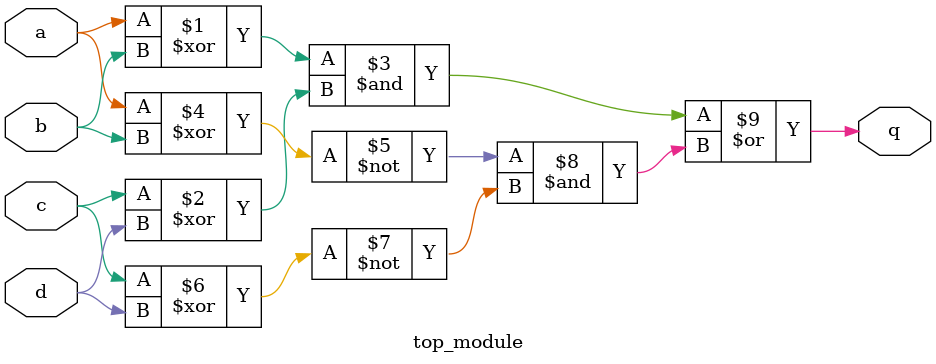
<source format=v>
module top_module (
    input a,
    input b,
    input c,
    input d,
    output q );//

    assign q = (a^b)&(c^d)|(~(a^b))&(~(c^d));

endmodule

</source>
